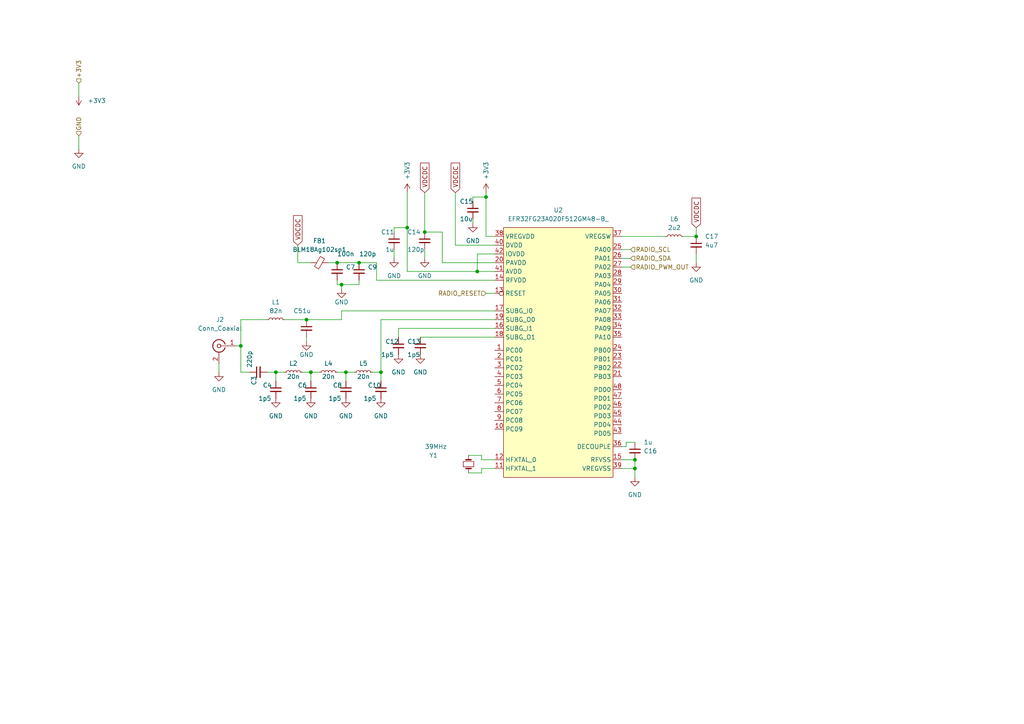
<source format=kicad_sch>
(kicad_sch (version 20211123) (generator eeschema)
  (paper "A4")
  (lib_symbols
    (symbol "Connector:Conn_Coaxial" (pin_names (offset 1.016) hide)
      (property "Reference" "J" (at 0.254 3.048 0))
      (property "Value" "Conn_Coaxial" (at 2.921 0 90))
      (symbol "Conn_Coaxial_0_1"
        (arc (start -1.778 -0.508) (mid 0.2311 -1.8066) (end 1.778 0) (stroke (width 0.254)))
        (polyline (pts (xy -2.54 0) (xy -0.508 0)))
        (polyline (pts (xy 0 -2.54) (xy 0 -1.778)))
        (circle (center 0 0) (radius 0.508) (stroke (width 0.2032)))
        (arc (start 1.778 0) (mid 0.2099 1.8101) (end -1.778 0.508) (stroke (width 0.254)))
      )
      (symbol "Conn_Coaxial_1_1"
        (pin passive line (at -5.08 0 0) (length 2.54) (name "In") (number "1"))
        (pin passive line (at 0 -5.08 90) (length 2.54) (name "Ext") (number "2"))
      )
    )
    (symbol "Device:C_Small" (pin_numbers hide) (pin_names (offset 0.254) hide)
      (property "Reference" "C" (at 0.254 1.778 0))
      (property "Value" "C_Small" (at 0.254 -2.032 0))
      (symbol "C_Small_0_1"
        (polyline (pts (xy -1.524 -0.508) (xy 1.524 -0.508)) (stroke (width 0.3302)))
        (polyline (pts (xy -1.524 0.508) (xy 1.524 0.508)) (stroke (width 0.3048)))
      )
      (symbol "C_Small_1_1"
        (pin passive line (at 0 2.54 270) (length 2.032) (name "~") (number "1"))
        (pin passive line (at 0 -2.54 90) (length 2.032) (name "~") (number "2"))
      )
    )
    (symbol "Device:Crystal_Small" (pin_numbers hide) (pin_names (offset 1.016) hide)
      (property "Reference" "Y" (at 0 2.54 0))
      (property "Value" "Crystal_Small" (at 0 -2.54 0))
      (symbol "Crystal_Small_0_1"
        (rectangle (start -0.762 -1.524) (end 0.762 1.524))
        (polyline (pts (xy -1.27 -0.762) (xy -1.27 0.762)) (stroke (width 0.381)))
        (polyline (pts (xy 1.27 -0.762) (xy 1.27 0.762)) (stroke (width 0.381)))
      )
      (symbol "Crystal_Small_1_1"
        (pin passive line (at -2.54 0 0) (length 1.27) (name "1") (number "1"))
        (pin passive line (at 2.54 0 180) (length 1.27) (name "2") (number "2"))
      )
    )
    (symbol "Device:FerriteBead_Small" (pin_numbers hide) (pin_names (offset 0))
      (property "Reference" "FB" (at 1.905 1.27 0))
      (property "Value" "FerriteBead_Small" (at 1.905 -1.27 0))
      (symbol "FerriteBead_Small_0_1"
        (polyline (pts (xy 0 -1.27) (xy 0 -0.7874)))
        (polyline (pts (xy 0 0.889) (xy 0 1.2954)))
        (polyline (pts (xy -1.8288 0.2794) (xy -1.1176 1.4986) (xy 1.8288 -0.2032) (xy 1.1176 -1.4224) (xy -1.8288 0.2794)))
      )
      (symbol "FerriteBead_Small_1_1"
        (pin passive line (at 0 2.54 270) (length 1.27) (name "~") (number "1"))
        (pin passive line (at 0 -2.54 90) (length 1.27) (name "~") (number "2"))
      )
    )
    (symbol "Device:L_Small" (pin_numbers hide) (pin_names (offset 0.254) hide)
      (property "Reference" "L" (at 0.762 1.016 0))
      (property "Value" "L_Small" (at 0.762 -1.016 0))
      (symbol "L_Small_0_1"
        (arc (start 0 -2.032) (mid 0.508 -1.524) (end 0 -1.016))
        (arc (start 0 -1.016) (mid 0.508 -0.508) (end 0 0))
        (arc (start 0 0) (mid 0.508 0.508) (end 0 1.016))
        (arc (start 0 1.016) (mid 0.508 1.524) (end 0 2.032))
      )
      (symbol "L_Small_1_1"
        (pin passive line (at 0 2.54 270) (length 0.508) (name "~") (number "1"))
        (pin passive line (at 0 -2.54 90) (length 0.508) (name "~") (number "2"))
      )
    )
    (symbol "EFR32:EFR32FG23A020F512GM48-B_"
      (property "Reference" "U" (at 12.7 43.18 0))
      (property "Value" "EFR32FG23A020F512GM48-B_" (at -6.35 43.18 0))
      (symbol "EFR32FG23A020F512GM48-B__0_1"
        (rectangle (start -15.24 40.64) (end 16.51 -31.75) (fill (type background)))
      )
      (symbol "EFR32FG23A020F512GM48-B__1_1"
        (pin bidirectional line (at -17.78 5.08 0) (length 2.54) (name "PC00") (number "1"))
        (pin bidirectional line (at -17.78 -17.78 0) (length 2.54) (name "PC09") (number "10"))
        (pin input line (at -17.78 -29.21 0) (length 2.54) (name "HFXTAL_1") (number "11"))
        (pin input line (at -17.78 -26.67 0) (length 2.54) (name "HFXTAL_0") (number "12"))
        (pin input inverted (at -17.78 21.59 0) (length 2.54) (name "RESET") (number "13"))
        (pin power_in line (at -17.78 25.4 0) (length 2.54) (name "RFVDD") (number "14"))
        (pin power_in line (at 19.05 -26.67 180) (length 2.54) (name "RFVSS") (number "15"))
        (pin input line (at -17.78 11.43 0) (length 2.54) (name "SUBG_I1") (number "16"))
        (pin input line (at -17.78 16.51 0) (length 2.54) (name "SUBG_I0") (number "17"))
        (pin output line (at -17.78 8.89 0) (length 2.54) (name "SUBG_O1") (number "18"))
        (pin output line (at -17.78 13.97 0) (length 2.54) (name "SUBG_O0") (number "19"))
        (pin bidirectional line (at -17.78 2.54 0) (length 2.54) (name "PC01") (number "2"))
        (pin power_in line (at -17.78 30.48 0) (length 2.54) (name "PAVDD") (number "20"))
        (pin bidirectional line (at 19.05 -2.54 180) (length 2.54) (name "PB03") (number "21"))
        (pin bidirectional line (at 19.05 0 180) (length 2.54) (name "PB02") (number "22"))
        (pin bidirectional line (at 19.05 2.54 180) (length 2.54) (name "PB01") (number "23"))
        (pin bidirectional line (at 19.05 5.08 180) (length 2.54) (name "PB00") (number "24"))
        (pin bidirectional line (at 19.05 34.29 180) (length 2.54) (name "PA00") (number "25"))
        (pin bidirectional line (at 19.05 31.75 180) (length 2.54) (name "PA01") (number "26"))
        (pin bidirectional line (at 19.05 29.21 180) (length 2.54) (name "PA02") (number "27"))
        (pin bidirectional line (at 19.05 26.67 180) (length 2.54) (name "PA03") (number "28"))
        (pin bidirectional line (at 19.05 24.13 180) (length 2.54) (name "PA04") (number "29"))
        (pin bidirectional line (at -17.78 0 0) (length 2.54) (name "PC02") (number "3"))
        (pin bidirectional line (at 19.05 21.59 180) (length 2.54) (name "PA05") (number "30"))
        (pin bidirectional line (at 19.05 19.05 180) (length 2.54) (name "PA06") (number "31"))
        (pin bidirectional line (at 19.05 16.51 180) (length 2.54) (name "PA07") (number "32"))
        (pin bidirectional line (at 19.05 13.97 180) (length 2.54) (name "PA08") (number "33"))
        (pin bidirectional line (at 19.05 11.43 180) (length 2.54) (name "PA09") (number "34"))
        (pin bidirectional line (at 19.05 8.89 180) (length 2.54) (name "PA10") (number "35"))
        (pin passive line (at 19.05 -22.86 180) (length 2.54) (name "DECOUPLE") (number "36"))
        (pin output line (at 19.05 38.1 180) (length 2.54) (name "VREGSW") (number "37"))
        (pin power_in line (at -17.78 38.1 0) (length 2.54) (name "VREGVDD") (number "38"))
        (pin power_in line (at 19.05 -29.21 180) (length 2.54) (name "VREGVSS") (number "39"))
        (pin bidirectional line (at -17.78 -2.54 0) (length 2.54) (name "PC03") (number "4"))
        (pin power_in line (at -17.78 35.56 0) (length 2.54) (name "DVDD") (number "40"))
        (pin power_in line (at -17.78 27.94 0) (length 2.54) (name "AVDD") (number "41"))
        (pin power_in line (at -17.78 33.02 0) (length 2.54) (name "IOVDD") (number "42"))
        (pin bidirectional line (at 19.05 -19.05 180) (length 2.54) (name "PD05") (number "43"))
        (pin bidirectional line (at 19.05 -16.51 180) (length 2.54) (name "PD04") (number "44"))
        (pin bidirectional line (at 19.05 -13.97 180) (length 2.54) (name "PD03") (number "45"))
        (pin bidirectional line (at 19.05 -11.43 180) (length 2.54) (name "PD02") (number "46"))
        (pin bidirectional line (at 19.05 -8.89 180) (length 2.54) (name "PD01") (number "47"))
        (pin bidirectional line (at 19.05 -6.35 180) (length 2.54) (name "PD00") (number "48"))
        (pin bidirectional line (at -17.78 -5.08 0) (length 2.54) (name "PC04") (number "5"))
        (pin bidirectional line (at -17.78 -7.62 0) (length 2.54) (name "PC05") (number "6"))
        (pin bidirectional line (at -17.78 -10.16 0) (length 2.54) (name "PC06") (number "7"))
        (pin bidirectional line (at -17.78 -12.7 0) (length 2.54) (name "PC07") (number "8"))
        (pin bidirectional line (at -17.78 -15.24 0) (length 2.54) (name "PC08") (number "9"))
      )
    )
    (symbol "power:+3V3" (power) (pin_names (offset 0))
      (property "Value" "+3V3" (at 0 3.556 0))
      (symbol "+3V3_0_1"
        (polyline (pts (xy -0.762 1.27) (xy 0 2.54)))
        (polyline (pts (xy 0 0) (xy 0 2.54)))
        (polyline (pts (xy 0 2.54) (xy 0.762 1.27)))
      )
      (symbol "+3V3_1_1"
        (pin power_in line (at 0 0 90) (length 0) hide (name "+3V3") (number "1"))
      )
    )
    (symbol "power:GND" (power) (pin_names (offset 0))
      (property "Value" "GND" (at 0 -3.81 0))
      (symbol "GND_0_1"
        (polyline (pts (xy 0 0) (xy 0 -1.27) (xy 1.27 -1.27) (xy 0 -2.54) (xy -1.27 -1.27) (xy 0 -1.27)))
      )
      (symbol "GND_1_1"
        (pin power_in line (at 0 0 270) (length 0) hide (name "GND") (number "1"))
      )
    )
  )
  (junction (at 201.93 68.58))
  (junction (at 123.19 67.31))
  (junction (at 100.33 107.95))
  (junction (at 110.49 107.95))
  (junction (at 99.06 82.55))
  (junction (at 118.11 66.04))
  (junction (at 184.15 135.89))
  (junction (at 138.43 78.74))
  (junction (at 140.97 57.15))
  (junction (at 69.85 100.33))
  (junction (at 88.9 92.71))
  (junction (at 104.14 76.2))
  (junction (at 184.15 133.35))
  (junction (at 90.17 107.95))
  (junction (at 97.79 76.2))
  (junction (at 80.01 107.95))
  (wire (pts (xy 110.49 92.71) (xy 110.49 107.95)))
  (wire (pts (xy 137.16 58.42) (xy 137.16 57.15)))
  (wire (pts (xy 114.3 67.31) (xy 114.3 66.04)))
  (wire (pts (xy 198.12 68.58) (xy 201.93 68.58)))
  (wire (pts (xy 69.85 107.95) (xy 69.85 100.33)))
  (wire (pts (xy 139.7 137.16) (xy 139.7 135.89)))
  (wire (pts (xy 135.89 137.16) (xy 139.7 137.16)))
  (wire (pts (xy 118.11 66.04) (xy 118.11 78.74)))
  (wire (pts (xy 139.7 132.08) (xy 139.7 133.35)))
  (wire (pts (xy 80.01 107.95) (xy 82.55 107.95)))
  (wire (pts (xy 88.9 97.79) (xy 88.9 99.06)))
  (wire (pts (xy 90.17 76.2) (xy 86.36 76.2)))
  (wire (pts (xy 123.19 55.88) (xy 123.19 67.31)))
  (wire (pts (xy 22.86 24.13) (xy 22.86 27.94)))
  (wire (pts (xy 90.17 107.95) (xy 92.71 107.95)))
  (wire (pts (xy 182.88 72.39) (xy 180.34 72.39)))
  (wire (pts (xy 110.49 110.49) (xy 110.49 107.95)))
  (wire (pts (xy 82.55 92.71) (xy 88.9 92.71)))
  (wire (pts (xy 95.25 76.2) (xy 97.79 76.2)))
  (wire (pts (xy 140.97 55.88) (xy 140.97 57.15)))
  (wire (pts (xy 180.34 135.89) (xy 184.15 135.89)))
  (wire (pts (xy 132.08 55.88) (xy 132.08 71.12)))
  (wire (pts (xy 80.01 110.49) (xy 80.01 107.95)))
  (wire (pts (xy 137.16 63.5) (xy 137.16 64.77)))
  (wire (pts (xy 104.14 81.28) (xy 104.14 82.55)))
  (wire (pts (xy 181.61 128.27) (xy 184.15 128.27)))
  (wire (pts (xy 115.57 97.79) (xy 115.57 95.25)))
  (wire (pts (xy 97.79 82.55) (xy 99.06 82.55)))
  (wire (pts (xy 68.58 100.33) (xy 69.85 100.33)))
  (wire (pts (xy 109.22 81.28) (xy 109.22 76.2)))
  (wire (pts (xy 128.27 76.2) (xy 143.51 76.2)))
  (wire (pts (xy 115.57 95.25) (xy 143.51 95.25)))
  (wire (pts (xy 143.51 92.71) (xy 110.49 92.71)))
  (wire (pts (xy 100.33 107.95) (xy 97.79 107.95)))
  (wire (pts (xy 137.16 57.15) (xy 140.97 57.15)))
  (wire (pts (xy 63.5 105.41) (xy 63.5 107.95)))
  (wire (pts (xy 132.08 71.12) (xy 143.51 71.12)))
  (wire (pts (xy 80.01 107.95) (xy 77.47 107.95)))
  (wire (pts (xy 109.22 81.28) (xy 143.51 81.28)))
  (wire (pts (xy 121.92 97.79) (xy 143.51 97.79)))
  (wire (pts (xy 118.11 78.74) (xy 138.43 78.74)))
  (wire (pts (xy 114.3 66.04) (xy 118.11 66.04)))
  (wire (pts (xy 128.27 67.31) (xy 128.27 76.2)))
  (wire (pts (xy 138.43 78.74) (xy 143.51 78.74)))
  (wire (pts (xy 139.7 135.89) (xy 143.51 135.89)))
  (wire (pts (xy 135.89 132.08) (xy 139.7 132.08)))
  (wire (pts (xy 140.97 85.09) (xy 143.51 85.09)))
  (wire (pts (xy 143.51 73.66) (xy 138.43 73.66)))
  (wire (pts (xy 140.97 68.58) (xy 143.51 68.58)))
  (wire (pts (xy 100.33 107.95) (xy 102.87 107.95)))
  (wire (pts (xy 201.93 66.04) (xy 201.93 68.58)))
  (wire (pts (xy 109.22 76.2) (xy 104.14 76.2)))
  (wire (pts (xy 118.11 55.88) (xy 118.11 66.04)))
  (wire (pts (xy 99.06 83.82) (xy 99.06 82.55)))
  (wire (pts (xy 90.17 110.49) (xy 90.17 107.95)))
  (wire (pts (xy 99.06 90.17) (xy 99.06 92.71)))
  (wire (pts (xy 99.06 82.55) (xy 104.14 82.55)))
  (wire (pts (xy 86.36 71.12) (xy 86.36 76.2)))
  (wire (pts (xy 123.19 67.31) (xy 128.27 67.31)))
  (wire (pts (xy 140.97 57.15) (xy 140.97 68.58)))
  (wire (pts (xy 88.9 92.71) (xy 99.06 92.71)))
  (wire (pts (xy 97.79 81.28) (xy 97.79 82.55)))
  (wire (pts (xy 180.34 129.54) (xy 181.61 129.54)))
  (wire (pts (xy 114.3 72.39) (xy 114.3 74.93)))
  (wire (pts (xy 72.39 107.95) (xy 69.85 107.95)))
  (wire (pts (xy 139.7 133.35) (xy 143.51 133.35)))
  (wire (pts (xy 182.88 77.47) (xy 180.34 77.47)))
  (wire (pts (xy 110.49 107.95) (xy 107.95 107.95)))
  (wire (pts (xy 201.93 73.66) (xy 201.93 76.2)))
  (wire (pts (xy 138.43 73.66) (xy 138.43 78.74)))
  (wire (pts (xy 184.15 135.89) (xy 184.15 138.43)))
  (wire (pts (xy 182.88 74.93) (xy 180.34 74.93)))
  (wire (pts (xy 184.15 133.35) (xy 184.15 135.89)))
  (wire (pts (xy 181.61 129.54) (xy 181.61 128.27)))
  (wire (pts (xy 87.63 107.95) (xy 90.17 107.95)))
  (wire (pts (xy 180.34 133.35) (xy 184.15 133.35)))
  (wire (pts (xy 22.86 39.37) (xy 22.86 43.18)))
  (wire (pts (xy 143.51 90.17) (xy 99.06 90.17)))
  (wire (pts (xy 100.33 110.49) (xy 100.33 107.95)))
  (wire (pts (xy 97.79 76.2) (xy 104.14 76.2)))
  (wire (pts (xy 69.85 92.71) (xy 77.47 92.71)))
  (wire (pts (xy 123.19 72.39) (xy 123.19 74.93)))
  (wire (pts (xy 69.85 100.33) (xy 69.85 92.71)))
  (wire (pts (xy 180.34 68.58) (xy 193.04 68.58)))
  (global_label "VDCDC" (shape input) (at 132.08 55.88 90) (property "Intersheet References" "${INTERSHEET_REFS}" (effects hide)))
  (global_label "VDCDC" (shape input) (at 123.19 55.88 90) (property "Intersheet References" "${INTERSHEET_REFS}" (effects hide)))
  (global_label "VDCDC" (shape input) (at 201.93 66.04 90) (property "Intersheet References" "${INTERSHEET_REFS}" (effects hide)))
  (global_label "VDCDC" (shape input) (at 86.36 71.12 90) (property "Intersheet References" "${INTERSHEET_REFS}" (effects hide)))
  (hierarchical_label "RADIO_SDA" (shape input) (at 182.88 74.93 0))
  (hierarchical_label "+3V3" (shape input) (at 22.86 24.13 90))
  (hierarchical_label "GND" (shape input) (at 22.86 39.37 90))
  (hierarchical_label "RADIO_RESET" (shape input) (at 140.97 85.09 180))
  (hierarchical_label "RADIO_PWM_OUT" (shape input) (at 182.88 77.47 0))
  (hierarchical_label "RADIO_SCL" (shape input) (at 182.88 72.39 0))
  (symbol (lib_id "power:GND") (at 90.17 115.57 0) (unit 1)
    (property "Reference" "#PWR0126" (effects hide))
    (property "Value" "GND" (at 90.17 120.65 0))
  )
  (symbol (lib_id "power:GND") (at 114.3 74.93 0) (unit 1)
    (property "Reference" "#PWR0122" (effects hide))
    (property "Value" "GND" (at 114.3 80.01 0))
  )
  (symbol (lib_id "power:GND") (at 100.33 115.57 0) (unit 1)
    (property "Reference" "#PWR0125" (effects hide))
    (property "Value" "GND" (at 100.33 120.65 0))
  )
  (symbol (lib_id "Device:Crystal_Small") (at 135.89 134.62 90) (unit 1)
    (property "Reference" "Y1" (at 124.46 132.08 90) (effects (justify right)))
    (property "Value" "39MHz" (at 123.19 129.54 90) (effects (justify right)))
    (property "Footprint" "Crystal:Crystal_SMD_2016-4Pin_2.0x1.6mm" (effects hide))
  )
  (symbol (lib_id "power:GND") (at 99.06 83.82 0) (unit 1)
    (property "Reference" "#PWR0128" (effects hide))
    (property "Value" "GND" (at 99.06 87.63 0))
  )
  (symbol (lib_id "Device:C_Small") (at 80.01 113.03 0) (unit 1)
    (property "Reference" "C4" (at 76.2 111.76 0) (effects (justify left)))
    (property "Value" "1p5" (at 74.93 115.57 0) (effects (justify left)))
    (property "Footprint" "Resistor_SMD:R_0402_1005Metric" (effects hide))
  )
  (symbol (lib_id "Device:C_Small") (at 137.16 60.96 0) (unit 1)
    (property "Reference" "C15" (at 133.35 58.42 0) (effects (justify left)))
    (property "Value" "10u" (at 133.35 63.5 0) (effects (justify left)))
    (property "Footprint" "Resistor_SMD:R_1206_3216Metric" (effects hide))
  )
  (symbol (lib_id "Device:C_Small") (at 90.17 113.03 0) (unit 1)
    (property "Reference" "C6" (at 86.36 111.76 0) (effects (justify left)))
    (property "Value" "1p5" (at 85.09 115.57 0) (effects (justify left)))
    (property "Footprint" "Resistor_SMD:R_0402_1005Metric" (effects hide))
  )
  (symbol (lib_id "Device:C_Small") (at 184.15 130.81 0) (unit 1)
    (property "Reference" "C16" (at 186.69 130.81 0) (effects (justify left)))
    (property "Value" "1u" (at 186.69 128.27 0) (effects (justify left)))
    (property "Footprint" "Resistor_SMD:R_0805_2012Metric" (effects hide))
  )
  (symbol (lib_id "power:+3V3") (at 118.11 55.88 0) (unit 1)
    (property "Reference" "#PWR0117" (effects hide))
    (property "Value" "+3V3" (at 118.11 49.53 90))
  )
  (symbol (lib_id "Device:L_Small") (at 85.09 107.95 90) (unit 1)
    (property "Reference" "L2" (at 85.09 105.41 90))
    (property "Value" "20n" (at 85.09 109.22 90))
    (property "Footprint" "Resistor_SMD:R_0402_1005Metric" (effects hide))
  )
  (symbol (lib_id "power:GND") (at 201.93 76.2 0) (unit 1)
    (property "Reference" "#PWR0115" (effects hide))
    (property "Value" "GND" (at 201.93 81.28 0))
  )
  (symbol (lib_id "power:GND") (at 63.5 107.95 0) (unit 1)
    (property "Reference" "#PWR0129" (effects hide))
    (property "Value" "GND" (at 63.5 113.03 0))
  )
  (symbol (lib_id "Device:C_Small") (at 121.92 100.33 0) (unit 1)
    (property "Reference" "C13" (at 118.11 99.06 0) (effects (justify left)))
    (property "Value" "1p5" (at 118.11 102.87 0) (effects (justify left)))
    (property "Footprint" "Resistor_SMD:R_0402_1005Metric" (effects hide))
  )
  (symbol (lib_id "Device:C_Small") (at 97.79 78.74 0) (unit 1)
    (property "Reference" "C7" (at 100.33 77.4762 0) (effects (justify left)))
    (property "Value" "100n" (at 97.79 73.66 0) (effects (justify left)))
    (property "Footprint" "Resistor_SMD:R_0805_2012Metric" (effects hide))
  )
  (symbol (lib_id "Device:L_Small") (at 195.58 68.58 90) (unit 1)
    (property "Reference" "L6" (at 195.58 63.5 90))
    (property "Value" "2u2" (at 195.58 66.04 90))
    (property "Footprint" "Resistor_SMD:R_0402_1005Metric" (effects hide))
  )
  (symbol (lib_id "Device:L_Small") (at 105.41 107.95 90) (unit 1)
    (property "Reference" "L5" (at 105.41 105.41 90))
    (property "Value" "20n" (at 105.41 109.22 90))
    (property "Footprint" "Resistor_SMD:R_0402_1005Metric" (effects hide))
  )
  (symbol (lib_id "power:+3V3") (at 22.86 27.94 180) (unit 1)
    (property "Reference" "#PWR0131" (effects hide))
    (property "Value" "+3V3" (at 25.4 29.2099 0) (effects (justify right)))
  )
  (symbol (lib_id "power:GND") (at 115.57 102.87 0) (unit 1)
    (property "Reference" "#PWR0121" (effects hide))
    (property "Value" "GND" (at 115.57 107.95 0))
  )
  (symbol (lib_id "Device:C_Small") (at 74.93 107.95 90) (unit 1)
    (property "Reference" "C3" (at 73.66 111.76 0) (effects (justify left)))
    (property "Value" "220p" (at 72.39 106.68 0) (effects (justify left)))
    (property "Footprint" "Resistor_SMD:R_0402_1005Metric" (effects hide))
  )
  (symbol (lib_id "power:+3V3") (at 140.97 55.88 0) (unit 1)
    (property "Reference" "#PWR0116" (effects hide))
    (property "Value" "+3V3" (at 140.97 49.53 90))
  )
  (symbol (lib_id "Device:C_Small") (at 110.49 113.03 0) (unit 1)
    (property "Reference" "C10" (at 106.68 111.76 0) (effects (justify left)))
    (property "Value" "1p5" (at 105.41 115.57 0) (effects (justify left)))
    (property "Footprint" "Resistor_SMD:R_0402_1005Metric" (effects hide))
  )
  (symbol (lib_id "power:GND") (at 80.01 115.57 0) (unit 1)
    (property "Reference" "#PWR0127" (effects hide))
    (property "Value" "GND" (at 80.01 120.65 0))
  )
  (symbol (lib_id "power:GND") (at 22.86 43.18 0) (unit 1)
    (property "Reference" "#PWR0130" (effects hide))
    (property "Value" "GND" (at 22.86 48.26 0))
  )
  (symbol (lib_id "Device:C_Small") (at 88.9 95.25 0) (unit 1)
    (property "Reference" "C5" (at 85.09 90.17 0) (effects (justify left)))
    (property "Value" "1u" (at 87.63 90.17 0) (effects (justify left)))
    (property "Footprint" "Resistor_SMD:R_0402_1005Metric" (effects hide))
  )
  (symbol (lib_id "power:GND") (at 121.92 102.87 0) (unit 1)
    (property "Reference" "#PWR0120" (effects hide))
    (property "Value" "GND" (at 121.92 107.95 0))
  )
  (symbol (lib_id "power:GND") (at 88.9 99.06 0) (unit 1)
    (property "Reference" "#PWR0124" (effects hide))
    (property "Value" "GND" (at 88.9 102.87 0))
  )
  (symbol (lib_id "Device:C_Small") (at 114.3 69.85 0) (unit 1)
    (property "Reference" "C11" (at 110.49 67.31 0) (effects (justify left)))
    (property "Value" "1u" (at 111.76 72.39 0) (effects (justify left)))
    (property "Footprint" "Resistor_SMD:R_0805_2012Metric" (effects hide))
  )
  (symbol (lib_id "Device:C_Small") (at 100.33 113.03 0) (unit 1)
    (property "Reference" "C8" (at 96.52 111.76 0) (effects (justify left)))
    (property "Value" "1p5" (at 95.25 115.57 0) (effects (justify left)))
    (property "Footprint" "Resistor_SMD:R_0402_1005Metric" (effects hide))
  )
  (symbol (lib_id "power:GND") (at 184.15 138.43 0) (unit 1)
    (property "Reference" "#PWR0114" (effects hide))
    (property "Value" "GND" (at 184.15 143.51 0))
  )
  (symbol (lib_id "power:GND") (at 137.16 64.77 0) (unit 1)
    (property "Reference" "#PWR0118" (effects hide))
    (property "Value" "GND" (at 137.16 69.85 0))
  )
  (symbol (lib_id "EFR32:EFR32FG23A020F512GM48-B_") (at 161.29 106.68 0) (unit 1)
    (property "Reference" "U2" (at 161.925 60.96 0))
    (property "Value" "EFR32FG23A020F512GM48-B_" (at 161.925 63.5 0))
    (property "Footprint" "EFR32:EFR32FG23A020F512GM48-B" (effects hide))
  )
  (symbol (lib_id "Device:C_Small") (at 115.57 100.33 0) (unit 1)
    (property "Reference" "C12" (at 111.76 99.06 0) (effects (justify left)))
    (property "Value" "1p5" (at 110.49 102.87 0) (effects (justify left)))
    (property "Footprint" "Resistor_SMD:R_0402_1005Metric" (effects hide))
  )
  (symbol (lib_id "Device:L_Small") (at 95.25 107.95 90) (unit 1)
    (property "Reference" "L4" (at 95.25 105.41 90))
    (property "Value" "20n" (at 95.25 109.22 90))
    (property "Footprint" "Resistor_SMD:R_0402_1005Metric" (effects hide))
  )
  (symbol (lib_id "Device:FerriteBead_Small") (at 92.71 76.2 90) (unit 1)
    (property "Reference" "FB1" (at 92.6719 69.85 90))
    (property "Value" "BLM18Ag102sn1" (at 92.6719 72.39 90))
    (property "Footprint" "Resistor_SMD:R_0201_0603Metric" (effects hide))
  )
  (symbol (lib_id "power:GND") (at 110.49 115.57 0) (unit 1)
    (property "Reference" "#PWR0123" (effects hide))
    (property "Value" "GND" (at 110.49 120.65 0))
  )
  (symbol (lib_id "Device:C_Small") (at 201.93 71.12 0) (unit 1)
    (property "Reference" "C17" (at 204.47 68.58 0) (effects (justify left)))
    (property "Value" "4u7" (at 204.47 71.12 0) (effects (justify left)))
    (property "Footprint" "Resistor_SMD:R_0805_2012Metric" (effects hide))
  )
  (symbol (lib_id "power:GND") (at 123.19 74.93 0) (unit 1)
    (property "Reference" "#PWR0119" (effects hide))
    (property "Value" "GND" (at 123.19 80.01 0))
  )
  (symbol (lib_id "Device:C_Small") (at 104.14 78.74 0) (unit 1)
    (property "Reference" "C9" (at 106.68 77.4762 0) (effects (justify left)))
    (property "Value" "120p" (at 104.14 73.66 0) (effects (justify left)))
    (property "Footprint" "Resistor_SMD:R_0805_2012Metric" (effects hide))
  )
  (symbol (lib_id "Connector:Conn_Coaxial") (at 63.5 100.33 0) (mirror y) (unit 1)
    (property "Reference" "J2" (at 63.8174 92.71 0))
    (property "Value" "Conn_Coaxial" (at 63.8174 95.25 0))
    (property "Footprint" "Connector_Coaxial:SMA_Amphenol_901-143_Horizontal" (effects hide))
    (property "Datasheet" " ~" (effects hide))
  )
  (symbol (lib_id "Device:C_Small") (at 123.19 69.85 0) (unit 1)
    (property "Reference" "C14" (at 118.11 67.31 0) (effects (justify left)))
    (property "Value" "120p" (at 118.11 72.39 0) (effects (justify left)))
    (property "Footprint" "Resistor_SMD:R_0805_2012Metric" (effects hide))
  )
  (symbol (lib_id "Device:L_Small") (at 80.01 92.71 90) (unit 1)
    (property "Reference" "L1" (at 80.01 87.63 90))
    (property "Value" "82n" (at 80.01 90.17 90))
    (property "Footprint" "Resistor_SMD:R_0402_1005Metric" (effects hide))
  )
)
</source>
